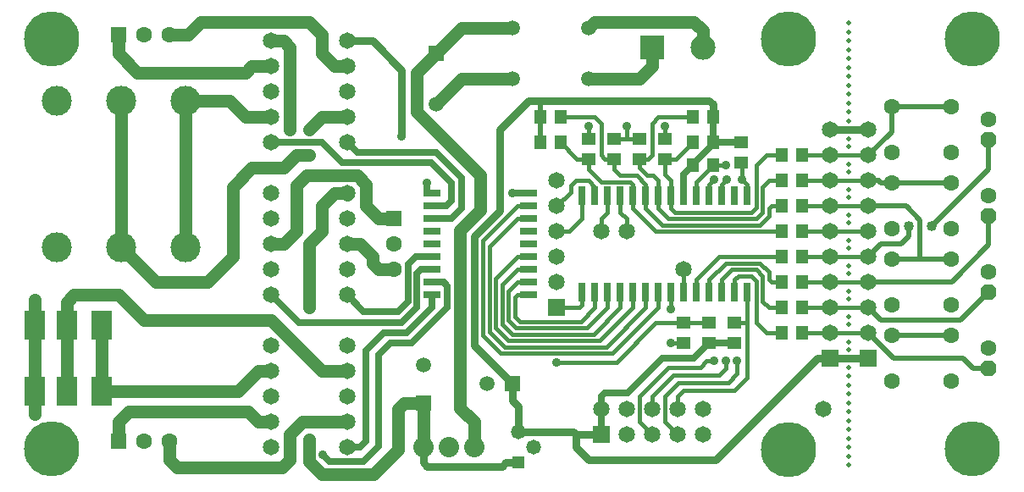
<source format=gtl>
%FSLAX23Y23*%
%MOIN*%
G70*
G01*
G75*
G04 Layer_Physical_Order=1*
G04 Layer_Color=255*
%ADD10R,0.079X0.114*%
%ADD11R,0.025X0.075*%
%ADD12R,0.050X0.054*%
%ADD13R,0.054X0.050*%
%ADD14R,0.070X0.025*%
%ADD15C,0.020*%
%ADD16C,0.015*%
%ADD17C,0.025*%
%ADD18C,0.050*%
%ADD19C,0.030*%
%ADD20C,0.058*%
%ADD21C,0.058*%
%ADD22R,0.050X0.050*%
%ADD23C,0.065*%
%ADD24C,0.063*%
%ADD25P,0.068X8X112.5*%
%ADD26R,0.063X0.063*%
%ADD27R,0.063X0.063*%
%ADD28C,0.217*%
%ADD29C,0.217*%
%ADD30R,0.065X0.065*%
%ADD31C,0.118*%
%ADD32C,0.080*%
%ADD33R,0.059X0.059*%
%ADD34C,0.059*%
%ADD35R,0.059X0.059*%
%ADD36R,0.065X0.065*%
%ADD37C,0.059*%
%ADD38C,0.098*%
%ADD39R,0.098X0.098*%
%ADD40C,0.040*%
%ADD41C,0.035*%
%ADD42C,0.020*%
D10*
X-2165Y-580D02*
D03*
Y-320D02*
D03*
X-2303D02*
D03*
Y-580D02*
D03*
X-2429Y-320D02*
D03*
Y-580D02*
D03*
D11*
X25Y-190D02*
D03*
X-25D02*
D03*
X-75D02*
D03*
X-125D02*
D03*
X-175D02*
D03*
X-225D02*
D03*
X-75Y190D02*
D03*
X-25D02*
D03*
X25D02*
D03*
X75D02*
D03*
X175Y-190D02*
D03*
X225D02*
D03*
X275D02*
D03*
X325D02*
D03*
X-275D02*
D03*
X75D02*
D03*
X375D02*
D03*
Y190D02*
D03*
X325D02*
D03*
X275D02*
D03*
X225D02*
D03*
X175D02*
D03*
X125D02*
D03*
X-225D02*
D03*
X-275D02*
D03*
X125Y-190D02*
D03*
X-125Y190D02*
D03*
X-175D02*
D03*
D12*
X-440Y400D02*
D03*
X-360D02*
D03*
Y500D02*
D03*
X-440D02*
D03*
X590Y-350D02*
D03*
X510D02*
D03*
Y-250D02*
D03*
X590D02*
D03*
X510Y-150D02*
D03*
X590D02*
D03*
X510Y-50D02*
D03*
X590D02*
D03*
Y50D02*
D03*
X510D02*
D03*
Y350D02*
D03*
X590D02*
D03*
X510Y250D02*
D03*
X590D02*
D03*
X510Y150D02*
D03*
X590D02*
D03*
X240Y500D02*
D03*
X160D02*
D03*
X240Y400D02*
D03*
X160D02*
D03*
Y310D02*
D03*
X240D02*
D03*
D13*
X-250Y415D02*
D03*
Y335D02*
D03*
X-150Y415D02*
D03*
Y335D02*
D03*
X-50D02*
D03*
Y415D02*
D03*
X50Y335D02*
D03*
Y415D02*
D03*
X350Y320D02*
D03*
Y400D02*
D03*
X125Y-310D02*
D03*
Y-390D02*
D03*
X225Y-310D02*
D03*
Y-390D02*
D03*
X325Y-310D02*
D03*
Y-390D02*
D03*
D14*
X-485Y-200D02*
D03*
Y-150D02*
D03*
Y-100D02*
D03*
Y-50D02*
D03*
Y0D02*
D03*
Y50D02*
D03*
Y100D02*
D03*
Y150D02*
D03*
Y200D02*
D03*
X-865D02*
D03*
Y50D02*
D03*
Y0D02*
D03*
Y150D02*
D03*
Y100D02*
D03*
Y-100D02*
D03*
Y-50D02*
D03*
Y-150D02*
D03*
Y-200D02*
D03*
D15*
X900Y0D02*
X980D01*
X1010Y30D01*
Y70D01*
X942Y-61D02*
X1193D01*
X1055D02*
Y95D01*
X901Y239D02*
X1193D01*
X850Y250D02*
X895D01*
X890D02*
X901Y239D01*
X942Y539D02*
X1193D01*
X942Y442D02*
Y539D01*
X850Y350D02*
X942Y442D01*
X1100Y70D02*
X1325Y295D01*
Y410D01*
X1179Y-150D02*
X1325Y-4D01*
Y110D01*
X900Y-300D02*
X1215D01*
X1325Y-190D01*
X850Y-250D02*
X900Y-300D01*
X942Y-361D02*
X1193D01*
X950Y-450D02*
X1225D01*
X1265Y-490D01*
X1325D01*
X850Y-150D02*
X1179D01*
X850Y-50D02*
X900Y0D01*
X1000Y150D02*
X1055Y95D01*
X850Y150D02*
X1000D01*
X850Y-350D02*
X950Y-450D01*
X-440Y400D02*
Y565D01*
D16*
X590Y350D02*
X850D01*
X590Y-250D02*
X850D01*
X590Y-150D02*
X850D01*
X590Y-50D02*
X850D01*
X590Y150D02*
X850D01*
X590Y250D02*
X850D01*
X590Y-350D02*
X850D01*
X-615Y-330D02*
Y-135D01*
X-530Y-50D01*
X-485D01*
X-590Y-315D02*
Y-160D01*
X-530Y-100D01*
X-485D01*
X-665Y-360D02*
Y15D01*
X-530Y150D01*
X-665Y-360D02*
X-595Y-430D01*
X-640Y-345D02*
Y-10D01*
X-530Y100D01*
X-640Y-345D02*
X-580Y-405D01*
X-615Y-330D02*
X-565Y-380D01*
X-590Y-315D02*
X-550Y-355D01*
X-565Y-300D02*
Y-185D01*
X-530Y-150D01*
X-565Y-300D02*
X-535Y-330D01*
X-540Y-285D02*
Y-210D01*
Y-285D02*
X-520Y-305D01*
X-540Y-210D02*
X-530Y-200D01*
X65Y-485D02*
X190D01*
X215Y-460D02*
X245D01*
X190Y-485D02*
X215Y-460D01*
X125Y-190D02*
Y-100D01*
X-100Y50D02*
Y100D01*
X-125Y125D02*
X-100Y100D01*
X-125Y125D02*
Y190D01*
X-200Y50D02*
Y100D01*
X-175Y125D01*
Y190D01*
X375Y-525D02*
Y-190D01*
X325Y-310D02*
X375D01*
X335Y-510D02*
Y-460D01*
X105Y-545D02*
X300D01*
X335Y-510D01*
X-50Y-600D02*
X65Y-485D01*
X125Y-575D02*
X325D01*
X375Y-525D01*
X85Y-515D02*
X265D01*
X290Y-490D02*
Y-460D01*
X265Y-515D02*
X290Y-490D01*
X50Y-700D02*
Y-600D01*
X105Y-545D01*
X-50Y-700D02*
Y-600D01*
Y-700D02*
X0Y-750D01*
Y-600D02*
X85Y-515D01*
X0Y-650D02*
Y-600D01*
X100D02*
X125Y-575D01*
X100Y-650D02*
Y-600D01*
X50Y-700D02*
X100Y-750D01*
X75Y-390D02*
X125D01*
X15Y-310D02*
X225D01*
X75Y-255D02*
Y-190D01*
X-140Y-465D02*
X15Y-310D01*
X-375Y-465D02*
X-140D01*
X240Y310D02*
X290D01*
X450Y350D02*
X510D01*
X410Y310D02*
X450Y350D01*
X410Y145D02*
Y310D01*
X390Y125D02*
X410Y145D01*
X90Y125D02*
X390D01*
X460Y250D02*
X510D01*
X435Y225D02*
X460Y250D01*
X435Y125D02*
Y225D01*
X410Y100D02*
X435Y125D01*
X65Y100D02*
X410D01*
X470Y150D02*
X510D01*
X460Y140D02*
X470Y150D01*
X460Y110D02*
Y140D01*
X425Y75D02*
X460Y110D01*
X40Y75D02*
X425D01*
X15Y50D02*
X510D01*
X425Y-75D02*
X460Y-110D01*
Y-140D02*
Y-110D01*
Y-140D02*
X470Y-150D01*
X510D01*
X410Y-100D02*
X435Y-125D01*
Y-225D02*
Y-125D01*
Y-225D02*
X460Y-250D01*
X510D01*
X390Y-125D02*
X410Y-145D01*
Y-310D02*
Y-145D01*
Y-310D02*
X450Y-350D01*
X510D01*
X325Y-190D02*
Y-140D01*
X340Y-125D01*
X390D01*
X275Y-190D02*
Y-140D01*
X315Y-100D01*
X410D01*
X225Y-190D02*
Y-140D01*
X290Y-75D01*
X425D01*
X175Y-190D02*
Y-140D01*
X265Y-50D01*
X510D01*
X-75Y140D02*
X15Y50D01*
X-25Y140D02*
X40Y75D01*
X25Y140D02*
X65Y100D01*
X75Y140D02*
X90Y125D01*
X-85Y245D02*
X-75Y235D01*
X-150Y295D02*
X-125Y270D01*
X-150Y295D02*
Y335D01*
X-60Y270D02*
X-25Y235D01*
X-125Y270D02*
X-60D01*
X-25Y140D02*
Y235D01*
X-50Y300D02*
Y335D01*
X50Y275D02*
X75Y250D01*
X50Y275D02*
Y335D01*
X5Y270D02*
X25Y250D01*
X-50Y300D02*
X-20Y270D01*
X5D01*
X590Y50D02*
X850D01*
X-250Y295D02*
X-200Y245D01*
X-250Y295D02*
Y335D01*
X-200Y245D02*
X-85D01*
X-75Y140D02*
Y235D01*
X-225Y190D02*
Y225D01*
X-250Y250D02*
X-225Y225D01*
X-300Y250D02*
X-250D01*
X-375Y150D02*
X-320Y205D01*
Y230D01*
X-300Y250D01*
X-375Y50D02*
X-325D01*
X-275Y100D01*
Y190D01*
X-285Y-250D02*
X-275Y-240D01*
X-375Y-250D02*
X-285D01*
X-275Y-240D02*
Y-190D01*
X-225Y-250D02*
Y-190D01*
X-280Y-305D02*
X-225Y-250D01*
X-520Y-305D02*
X-280D01*
X-530Y-200D02*
X-485D01*
X-175Y-250D02*
Y-190D01*
X-255Y-330D02*
X-175Y-250D01*
X-530Y-150D02*
X-485D01*
X-535Y-330D02*
X-255D01*
X-125Y-250D02*
Y-190D01*
X-230Y-355D02*
X-125Y-250D01*
X-550Y-355D02*
X-230D01*
X-75Y-250D02*
Y-190D01*
X-205Y-380D02*
X-75Y-250D01*
X-565Y-380D02*
X-205D01*
X-25Y-250D02*
Y-190D01*
X-180Y-405D02*
X-25Y-250D01*
X-530Y100D02*
X-485D01*
X-580Y-405D02*
X-180D01*
X25Y-250D02*
Y-190D01*
X-155Y-430D02*
X25Y-250D01*
X-530Y150D02*
X-485D01*
X-595Y-430D02*
X-155D01*
X50Y335D02*
X95D01*
X160Y400D01*
X75Y140D02*
Y250D01*
X-50Y335D02*
X-15D01*
X0Y350D01*
Y475D01*
X25Y500D01*
X160D01*
X25Y140D02*
Y250D01*
X-360Y500D02*
X-225D01*
X-200Y475D01*
Y350D02*
Y475D01*
Y350D02*
X-185Y335D01*
X-150D01*
X-360Y400D02*
X-295Y335D01*
X-250D01*
Y415D02*
Y465D01*
X-100Y415D02*
Y465D01*
X-150Y415D02*
X-50D01*
X50D02*
Y465D01*
X175Y190D02*
Y245D01*
X240Y310D01*
X225Y190D02*
Y235D01*
X245Y255D01*
X275Y190D02*
Y235D01*
X295Y255D01*
X375Y190D02*
Y235D01*
X355Y255D02*
X375Y235D01*
X355Y255D02*
Y315D01*
D17*
X-1000Y-265D02*
X-960Y-225D01*
X-1135Y-265D02*
X-1000D01*
X-960Y-225D02*
Y-79D01*
X-930Y-50D01*
X-550Y200D02*
X-485D01*
X240Y395D02*
Y500D01*
X-200Y-600D02*
X-185Y-585D01*
X-95D01*
X40Y-450D01*
X165D01*
X225Y-390D01*
X325D01*
X125Y275D02*
X160Y310D01*
X125Y190D02*
Y275D01*
X240Y400D02*
X350D01*
X160Y310D02*
Y315D01*
X240Y395D01*
X-1200Y-800D02*
X-1150D01*
X-1125Y-775D01*
Y-420D01*
X-1055Y-350D01*
X-965D01*
X-865Y-250D01*
Y-200D01*
X-1295Y-830D02*
X-1270Y-855D01*
X-1135D01*
X-1075Y-795D01*
Y-435D01*
X-1030Y-390D01*
X-945D01*
X-805Y-250D01*
Y-165D01*
X-820Y-150D02*
X-805Y-165D01*
X-865Y-150D02*
X-820D01*
X-1200Y-200D02*
X-1135Y-265D01*
X-930Y-50D02*
X-865D01*
X-1500Y-200D02*
X-1390Y-310D01*
X-985D01*
X-925Y-250D01*
Y-115D01*
X-910Y-100D01*
X-865D01*
Y100D02*
X-790D01*
X-750Y140D01*
Y260D01*
X-850Y360D02*
X-750Y260D01*
X-865Y150D02*
X-810D01*
X-790Y170D01*
Y240D01*
X-870Y320D02*
X-790Y240D01*
X-1220Y320D02*
X-870D01*
X-1300Y400D02*
X-1220Y320D01*
X-1500Y400D02*
X-1300D01*
X-1200D02*
X-1160Y360D01*
X-850D01*
X-885Y200D02*
Y240D01*
X-200Y-750D02*
Y-600D01*
D18*
X-1775Y875D02*
X-1350D01*
X-1900Y825D02*
X-1825D01*
X-1775Y875D01*
X-2025Y675D02*
X-1600D01*
X-2100Y750D02*
Y825D01*
Y750D02*
X-2025Y675D01*
X-2060Y-660D02*
X-1590D01*
X-2100Y-775D02*
Y-700D01*
X-2060Y-660D01*
X-1870Y-880D02*
X-1455D01*
X-1900Y-850D02*
Y-775D01*
Y-850D02*
X-1870Y-880D01*
X-1075Y100D02*
X-1015D01*
X-1125Y150D02*
X-1075Y100D01*
X-1160Y270D02*
X-1125Y235D01*
Y150D02*
Y235D01*
X-1360Y270D02*
X-1160D01*
X-1400Y230D02*
X-1360Y270D01*
X-1400Y50D02*
Y230D01*
X-1450Y0D02*
X-1400Y50D01*
X-1500Y0D02*
X-1450D01*
X-1600Y675D02*
X-1575Y700D01*
X-1500D01*
X-1075Y-100D02*
X-1015D01*
X-1100Y-75D02*
Y-50D01*
Y-75D02*
X-1075Y-100D01*
X-1150Y0D02*
X-1100Y-50D01*
X-1200Y0D02*
X-1150D01*
X-1350Y875D02*
X-1300Y825D01*
Y750D02*
Y825D01*
X-1250Y700D02*
X-1200D01*
X-1300Y750D02*
X-1250Y700D01*
X-1590Y-660D02*
X-1550Y-700D01*
X-1500D01*
X-1455Y-880D02*
X-1425Y-850D01*
Y-750D01*
X-1375Y-700D01*
X-1200D01*
X-2429Y-670D02*
Y-219D01*
X-1200Y195D02*
Y200D01*
X-1300Y-905D02*
X-1095D01*
X-1350Y-855D02*
Y-770D01*
Y-855D02*
X-1300Y-905D01*
X-1095D02*
X-1000Y-810D01*
Y-650D01*
X-975Y-625D01*
X-900D01*
X-2000Y-300D02*
X-1500D01*
X-2100Y-200D02*
X-2000Y-300D01*
X-1350Y-250D02*
Y0D01*
X-1500Y800D02*
X-1450D01*
X-1425Y775D01*
Y450D02*
Y775D01*
X-675Y135D02*
Y270D01*
X-755Y-645D02*
Y55D01*
X-925Y675D02*
X-750Y850D01*
X-755Y55D02*
X-675Y135D01*
X-755Y-645D02*
X-700Y-700D01*
X-925Y520D02*
Y675D01*
Y520D02*
X-675Y270D01*
X-2165Y-580D02*
Y-320D01*
X-2275Y-200D02*
X-2100D01*
X-2303Y-228D02*
X-2275Y-200D01*
X0Y700D02*
Y775D01*
X-50Y650D02*
X0Y700D01*
X-250Y650D02*
X-50D01*
X-250Y850D02*
X-225Y875D01*
X165D02*
X200Y840D01*
X-225Y875D02*
X165D01*
X200Y775D02*
Y840D01*
X-750Y850D02*
X-550D01*
X-850Y550D02*
X-750Y650D01*
X-550D01*
X-900Y-800D02*
Y-625D01*
X-700Y-800D02*
Y-700D01*
X-1600Y500D02*
X-1500D01*
X-1300D02*
X-1200D01*
X-1350Y450D02*
X-1300Y500D01*
X-1400Y350D02*
X-1350D01*
X-1450Y300D02*
X-1400Y350D01*
X-1650Y225D02*
X-1575Y300D01*
X-1450D01*
X-1664Y564D02*
X-1600Y500D01*
X-1838Y564D02*
X-1664D01*
X-1838Y-14D02*
Y564D01*
X-2090Y-14D02*
Y564D01*
Y-14D02*
X-1954Y-150D01*
X-1750D02*
X-1650Y-50D01*
X-1954Y-150D02*
X-1750D01*
X-1650Y-50D02*
Y225D01*
X-1300Y-500D02*
X-1200D01*
X-2303Y-580D02*
Y-228D01*
X-1500Y-300D02*
X-1300Y-500D01*
X-1550D02*
X-1500D01*
X-1630Y-580D02*
X-1550Y-500D01*
X-2165Y-580D02*
X-1630D01*
X-1350Y0D02*
X-1300Y50D01*
X-1250Y200D02*
X-1200D01*
X-1300Y150D02*
X-1250Y200D01*
X-1300Y50D02*
Y150D01*
D19*
X-1100Y800D02*
X-985Y685D01*
Y425D02*
Y685D01*
X700Y450D02*
X850D01*
X-600D02*
X-485Y565D01*
X240Y500D02*
Y550D01*
X225Y565D02*
X240Y550D01*
X-600Y130D02*
Y450D01*
X-700Y-400D02*
Y30D01*
X-600Y130D01*
X-700Y-400D02*
X-550Y-550D01*
X250Y-850D02*
X650Y-450D01*
X850Y-250D02*
Y-245D01*
X-900Y-860D02*
X-885Y-875D01*
X-900Y-860D02*
Y-800D01*
X-1200Y800D02*
X-1100D01*
X-575Y-860D02*
X-525D01*
X-590Y-875D02*
X-575Y-860D01*
X-885Y-875D02*
X-590D01*
X-525Y-740D02*
Y-640D01*
X-550Y-615D02*
X-525Y-640D01*
X-550Y-615D02*
Y-550D01*
X-485Y565D02*
X225D01*
X-300Y-750D02*
X-200D01*
X-310Y-740D02*
X-300Y-750D01*
X-525Y-740D02*
X-310D01*
X-300Y-800D02*
X-250Y-850D01*
X-300Y-800D02*
Y-750D01*
X-250Y-850D02*
X250D01*
X650Y-450D02*
X850D01*
D20*
X-525Y-740D02*
D03*
D21*
X-465Y-800D02*
D03*
D22*
X-525Y-860D02*
D03*
D23*
X675Y-650D02*
D03*
X-1200Y0D02*
D03*
X-1500D02*
D03*
X-1200Y-700D02*
D03*
X-1500D02*
D03*
X-1200Y700D02*
D03*
X-1500D02*
D03*
X850Y150D02*
D03*
Y250D02*
D03*
Y350D02*
D03*
Y450D02*
D03*
Y50D02*
D03*
Y-50D02*
D03*
Y-150D02*
D03*
Y-350D02*
D03*
Y-250D02*
D03*
X700Y150D02*
D03*
Y250D02*
D03*
Y350D02*
D03*
Y450D02*
D03*
Y50D02*
D03*
Y-50D02*
D03*
Y-150D02*
D03*
Y-350D02*
D03*
Y-250D02*
D03*
X-1200Y-500D02*
D03*
X-1500D02*
D03*
Y-400D02*
D03*
Y-600D02*
D03*
X-1200D02*
D03*
Y-100D02*
D03*
X-1500D02*
D03*
Y200D02*
D03*
X-1200Y500D02*
D03*
X-1500D02*
D03*
Y800D02*
D03*
X200Y-650D02*
D03*
Y-750D02*
D03*
X100Y-650D02*
D03*
Y-750D02*
D03*
X0Y-650D02*
D03*
Y-750D02*
D03*
X-100Y-650D02*
D03*
Y-750D02*
D03*
X-200Y-650D02*
D03*
X-375Y-50D02*
D03*
Y-150D02*
D03*
Y50D02*
D03*
Y150D02*
D03*
Y250D02*
D03*
X125Y-100D02*
D03*
X-100Y50D02*
D03*
X-200D02*
D03*
X-1500Y600D02*
D03*
X-1200D02*
D03*
Y800D02*
D03*
X-1500Y100D02*
D03*
X-1200D02*
D03*
Y200D02*
D03*
Y-400D02*
D03*
X-1500Y400D02*
D03*
X-1200D02*
D03*
X-1500Y-200D02*
D03*
X-1200D02*
D03*
X-1500Y-800D02*
D03*
X-1200D02*
D03*
D24*
X1325Y490D02*
D03*
Y190D02*
D03*
Y-110D02*
D03*
Y-410D02*
D03*
X942Y361D02*
D03*
Y539D02*
D03*
X1178D02*
D03*
Y361D02*
D03*
Y61D02*
D03*
Y239D02*
D03*
X942D02*
D03*
Y61D02*
D03*
Y-239D02*
D03*
Y-61D02*
D03*
X1178D02*
D03*
Y-239D02*
D03*
Y-539D02*
D03*
Y-361D02*
D03*
X942D02*
D03*
Y-539D02*
D03*
X-1900Y-775D02*
D03*
X-2000D02*
D03*
X-1900Y825D02*
D03*
X-2000D02*
D03*
X-1015Y-100D02*
D03*
Y0D02*
D03*
D25*
X1325Y410D02*
D03*
Y110D02*
D03*
Y-190D02*
D03*
Y-490D02*
D03*
D26*
X-2100Y-775D02*
D03*
Y825D02*
D03*
D27*
X-1015Y100D02*
D03*
D28*
X1260Y-807D02*
D03*
Y807D02*
D03*
X-2362D02*
D03*
Y-807D02*
D03*
D29*
X536Y806D02*
D03*
Y-808D02*
D03*
D30*
X850Y-450D02*
D03*
X700D02*
D03*
X-375Y-250D02*
D03*
D31*
X-2342Y564D02*
D03*
Y-14D02*
D03*
X-1838D02*
D03*
Y564D02*
D03*
X-2090Y-14D02*
D03*
Y564D02*
D03*
D32*
X-900Y-800D02*
D03*
X-700D02*
D03*
X-800D02*
D03*
D33*
X-900Y-625D02*
D03*
X-850Y750D02*
D03*
D34*
X-900Y-475D02*
D03*
X-650Y-550D02*
D03*
X-850Y550D02*
D03*
D35*
X-550Y-550D02*
D03*
D36*
X-200Y-750D02*
D03*
D37*
X-550Y850D02*
D03*
X-250Y650D02*
D03*
Y850D02*
D03*
X-550Y650D02*
D03*
D38*
X200Y775D02*
D03*
D39*
X0D02*
D03*
D40*
X1100Y70D02*
D03*
X1010D02*
D03*
D41*
X-2429Y-450D02*
D03*
X-985Y425D02*
D03*
X-885Y240D02*
D03*
X-1350Y-770D02*
D03*
Y-250D02*
D03*
X-1425Y450D02*
D03*
X-550Y200D02*
D03*
X-2429Y-219D02*
D03*
Y-670D02*
D03*
X290Y-460D02*
D03*
X245D02*
D03*
X335D02*
D03*
X75Y-390D02*
D03*
Y-255D02*
D03*
X-375Y-465D02*
D03*
X290Y310D02*
D03*
X245Y255D02*
D03*
X295D02*
D03*
X355D02*
D03*
X-250Y465D02*
D03*
X-100D02*
D03*
X50D02*
D03*
X-1350Y450D02*
D03*
Y350D02*
D03*
X-1295Y-830D02*
D03*
D42*
X775Y-870D02*
D03*
Y-835D02*
D03*
Y-730D02*
D03*
Y-765D02*
D03*
Y-800D02*
D03*
Y-625D02*
D03*
Y-660D02*
D03*
Y-695D02*
D03*
Y-520D02*
D03*
Y-555D02*
D03*
Y-590D02*
D03*
Y-415D02*
D03*
Y-385D02*
D03*
Y-285D02*
D03*
Y-315D02*
D03*
Y-185D02*
D03*
Y-215D02*
D03*
Y-85D02*
D03*
Y-115D02*
D03*
Y15D02*
D03*
Y-15D02*
D03*
Y115D02*
D03*
Y85D02*
D03*
Y215D02*
D03*
Y185D02*
D03*
Y315D02*
D03*
Y285D02*
D03*
Y415D02*
D03*
Y385D02*
D03*
Y-485D02*
D03*
Y485D02*
D03*
Y590D02*
D03*
Y555D02*
D03*
Y520D02*
D03*
Y695D02*
D03*
Y660D02*
D03*
Y625D02*
D03*
Y800D02*
D03*
Y765D02*
D03*
Y730D02*
D03*
Y835D02*
D03*
Y870D02*
D03*
M02*

</source>
